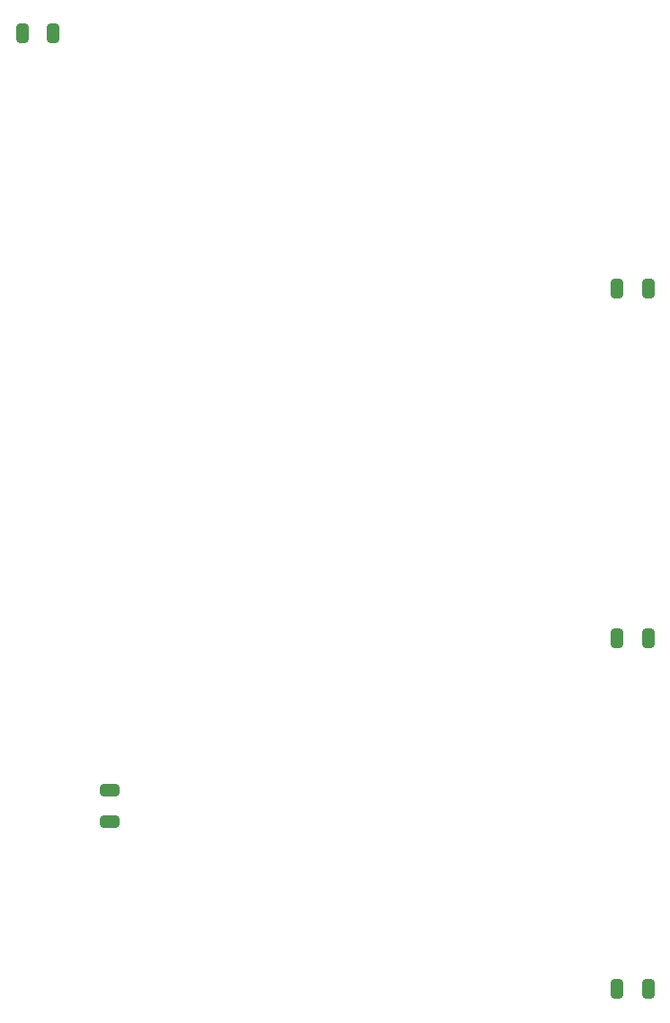
<source format=gbr>
%TF.GenerationSoftware,KiCad,Pcbnew,7.0.5-7.0.5~ubuntu22.04.1*%
%TF.CreationDate,2025-02-26T12:57:44+00:00*%
%TF.ProjectId,PBA0019-T50-6-trap,50424130-3031-4392-9d54-35302d362d74,1.0*%
%TF.SameCoordinates,Original*%
%TF.FileFunction,Paste,Top*%
%TF.FilePolarity,Positive*%
%FSLAX46Y46*%
G04 Gerber Fmt 4.6, Leading zero omitted, Abs format (unit mm)*
G04 Created by KiCad (PCBNEW 7.0.5-7.0.5~ubuntu22.04.1) date 2025-02-26 12:57:44*
%MOMM*%
%LPD*%
G01*
G04 APERTURE LIST*
G04 Aperture macros list*
%AMRoundRect*
0 Rectangle with rounded corners*
0 $1 Rounding radius*
0 $2 $3 $4 $5 $6 $7 $8 $9 X,Y pos of 4 corners*
0 Add a 4 corners polygon primitive as box body*
4,1,4,$2,$3,$4,$5,$6,$7,$8,$9,$2,$3,0*
0 Add four circle primitives for the rounded corners*
1,1,$1+$1,$2,$3*
1,1,$1+$1,$4,$5*
1,1,$1+$1,$6,$7*
1,1,$1+$1,$8,$9*
0 Add four rect primitives between the rounded corners*
20,1,$1+$1,$2,$3,$4,$5,0*
20,1,$1+$1,$4,$5,$6,$7,0*
20,1,$1+$1,$6,$7,$8,$9,0*
20,1,$1+$1,$8,$9,$2,$3,0*%
G04 Aperture macros list end*
%ADD10RoundRect,0.249999X0.325001X0.650001X-0.325001X0.650001X-0.325001X-0.650001X0.325001X-0.650001X0*%
%ADD11RoundRect,0.249999X-0.650001X0.325001X-0.650001X-0.325001X0.650001X-0.325001X0.650001X0.325001X0*%
%ADD12RoundRect,0.249999X-0.325001X-0.650001X0.325001X-0.650001X0.325001X0.650001X-0.325001X0.650001X0*%
G04 APERTURE END LIST*
D10*
%TO.C,C3*%
X171725000Y-67000000D03*
X168775000Y-67000000D03*
%TD*%
%TO.C,C3*%
X171725000Y-100000000D03*
X168775000Y-100000000D03*
%TD*%
%TO.C,C3*%
X171725000Y-133000000D03*
X168775000Y-133000000D03*
%TD*%
D11*
%TO.C,C3*%
X121000000Y-114275000D03*
X121000000Y-117225000D03*
%TD*%
D12*
%TO.C,C3*%
X112775000Y-43000000D03*
X115725000Y-43000000D03*
%TD*%
M02*

</source>
